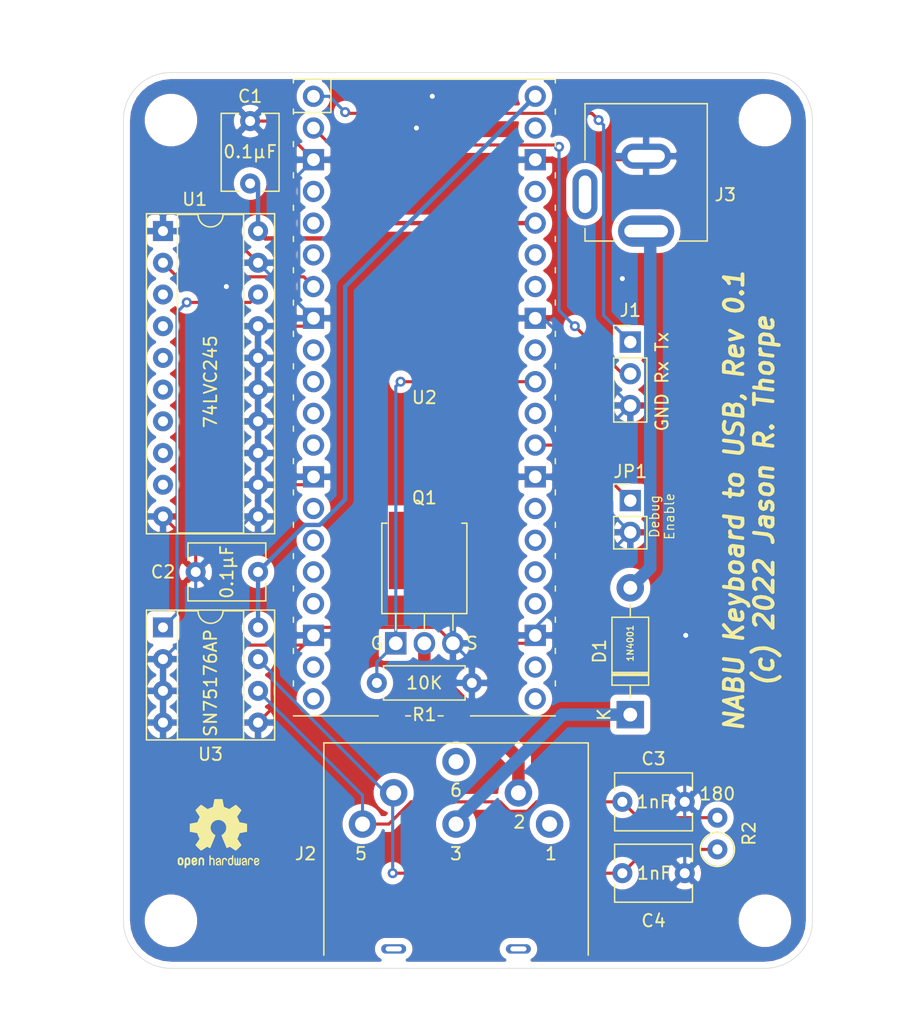
<source format=kicad_pcb>
(kicad_pcb (version 20211014) (generator pcbnew)
  (title_block (title "NABU Keyboard to USB Adapter") (date "2022-12-19") (rev "0.1") (company "(c) 2022 Jason R. Thorpe. See LICENSE."))
  (layers (0 "F.Cu" signal) (31 "B.Cu" signal) (34 "B.Paste" user) (35 "F.Paste" user) (36 "B.SilkS" user "B.Silkscreen") (37 "F.SilkS" user "F.Silkscreen") (38 "B.Mask" user) (39 "F.Mask" user) (44 "Edge.Cuts" user))
  (net 0 "")
  (net 1 "+5V")
  (net 2 "GND")
  (net 3 "+3V3")
  (net 4 "Net-(J1-Pad1)")
  (net 5 "Net-(J1-Pad2)")
  (net 6 "+9V")
  (net 7 "Net-(JP1-Pad1)")
  (net 8 "Net-(Q1-Pad1)")
  (net 9 "Net-(U1-Pad2)")
  (net 10 "Net-(U1-Pad3)")
  (net 11 "Net-(U1-Pad4)")
  (net 12 "Net-(U1-Pad5)")
  (net 13 "Net-(U1-Pad6)")
  (net 14 "Net-(U1-Pad7)")
  (net 15 "Net-(U1-Pad8)")
  (net 16 "Net-(U1-Pad18)")
  (net 17 "Net-(U1-Pad9)")
  (net 18 "Net-(U2-Pad4)")
  (net 19 "Net-(U2-Pad5)")
  (net 20 "Net-(U2-Pad6)")
  (net 21 "Net-(U2-Pad9)")
  (net 22 "Net-(U2-Pad10)")
  (net 23 "Net-(U2-Pad11)")
  (net 24 "Net-(U2-Pad12)")
  (net 25 "Net-(U2-Pad14)")
  (net 26 "Net-(U2-Pad15)")
  (net 27 "Net-(U2-Pad16)")
  (net 28 "Net-(U2-Pad17)")
  (net 29 "Net-(U2-Pad24)")
  (net 30 "Net-(U2-Pad25)")
  (net 31 "Net-(U2-Pad26)")
  (net 32 "Net-(U2-Pad27)")
  (net 33 "Net-(U2-Pad30)")
  (net 34 "Net-(U2-Pad32)")
  (net 35 "Net-(U2-Pad34)")
  (net 36 "Net-(U2-Pad35)")
  (net 37 "Net-(U2-Pad37)")
  (net 38 "Net-(U2-Pad39)")
  (net 39 "Net-(U2-Pad20)")
  (net 40 "Net-(U2-Pad19)")
  (net 41 "/9VRET")
  (net 42 "Net-(C3-Pad1)")
  (net 43 "Net-(C4-Pad1)")
  (net 44 "Net-(J2-Pad1)")
  (net 45 "Net-(J2-Pad6)")
  (net 46 "Net-(J3-Pad3)")
  (net 47 "Net-(U2-Pad22)")
  (net 48 "Net-(U2-Pad21)")
  (net 49 "Net-(D1-Pad1)")
  (footprint "MountingHole:MountingHole_3.2mm_M3" (layer "F.Cu") (at 121.285 67.31)
    (fp_text reference "REF**" hide)
    (fp_text value "MountingHole_3.2mm_M3" hide)
    (pad "" np_thru_hole circle locked (at 0 0) (size 3.2 3.2) (drill 3.2) (layers *.Cu *.Mask))
  )
  (footprint "MountingHole:MountingHole_3.2mm_M3" (layer "F.Cu") (at 121.285 131.445)
    (fp_text reference "REF**" hide)
    (fp_text value "MountingHole_3.2mm_M3" hide)
    (pad "" np_thru_hole circle locked (at 0 0) (size 3.2 3.2) (drill 3.2) (layers *.Cu *.Mask))
  )
  (footprint "MountingHole:MountingHole_3.2mm_M3" (layer "F.Cu") (at 168.91 131.445)
    (fp_text reference "REF**" hide)
    (fp_text value "MountingHole_3.2mm_M3" hide)
    (pad "" np_thru_hole circle locked (at 0 0) (size 3.2 3.2) (drill 3.2) (layers *.Cu *.Mask))
  )
  (footprint "MountingHole:MountingHole_3.2mm_M3" (layer "F.Cu") (at 168.91 67.31)
    (fp_text reference "REF**" hide)
    (fp_text value "MountingHole_3.2mm_M3" hide)
    (pad "" np_thru_hole circle locked (at 0 0) (size 3.2 3.2) (drill 3.2) (layers *.Cu *.Mask))
  )
  (footprint "jrt-RPi_Pico:RPi_Pico_TH" (layer "F.Cu") (at 141.605 89.535)
    (fp_text reference "U2" (at 0 0) (layer "F.SilkS"))
    (fp_text value "Pico")
    (pad "1" thru_hole oval locked (at -8.89 -24.13) (size 1.7 1.7) (drill 1.02) (layers *.Cu *.Mask) (net 4 "Net-(J1-Pad1)"))
    (pad "2" thru_hole oval locked (at -8.89 -21.59) (size 1.7 1.7) (drill 1.02) (layers *.Cu *.Mask) (net 5 "Net-(J1-Pad2)"))
    (pad "3" thru_hole rect locked (at -8.89 -19.05) (size 1.7 1.7) (drill 1.02) (layers *.Cu *.Mask) (net 2 "GND"))
    (pad "4" thru_hole oval locked (at -8.89 -16.51) (size 1.7 1.7) (drill 1.02) (layers *.Cu *.Mask) (net 18 "Net-(U2-Pad4)"))
    (pad "5" thru_hole oval locked (at -8.89 -13.97) (size 1.7 1.7) (drill 1.02) (layers *.Cu *.Mask) (net 19 "Net-(U2-Pad5)"))
    (pad "6" thru_hole oval locked (at -8.89 -11.43) (size 1.7 1.7) (drill 1.02) (layers *.Cu *.Mask) (net 20 "Net-(U2-Pad6)"))
    (pad "7" thru_hole oval locked (at -8.89 -8.89) (size 1.7 1.7) (drill 1.02) (layers *.Cu *.Mask) (net 9 "Net-(U1-Pad2)"))
    (pad "8" thru_hole rect locked (at -8.89 -6.35) (size 1.7 1.7) (drill 1.02) (layers *.Cu *.Mask) (net 2 "GND"))
    (pad "9" thru_hole oval locked (at -8.89 -3.81) (size 1.7 1.7) (drill 1.02) (layers *.Cu *.Mask) (net 21 "Net-(U2-Pad9)"))
    (pad "10" thru_hole oval locked (at -8.89 -1.27) (size 1.7 1.7) (drill 1.02) (layers *.Cu *.Mask) (net 22 "Net-(U2-Pad10)"))
    (pad "11" thru_hole oval locked (at -8.89 1.27) (size 1.7 1.7) (drill 1.02) (layers *.Cu *.Mask) (net 23 "Net-(U2-Pad11)"))
    (pad "12" thru_hole oval locked (at -8.89 3.81) (size 1.7 1.7) (drill 1.02) (layers *.Cu *.Mask) (net 24 "Net-(U2-Pad12)"))
    (pad "13" thru_hole rect locked (at -8.89 6.35) (size 1.7 1.7) (drill 1.02) (layers *.Cu *.Mask) (net 2 "GND"))
    (pad "14" thru_hole oval locked (at -8.89 8.89) (size 1.7 1.7) (drill 1.02) (layers *.Cu *.Mask) (net 25 "Net-(U2-Pad14)"))
    (pad "15" thru_hole oval locked (at -8.89 11.43) (size 1.7 1.7) (drill 1.02) (layers *.Cu *.Mask) (net 26 "Net-(U2-Pad15)"))
    (pad "16" thru_hole oval locked (at -8.89 13.97) (size 1.7 1.7) (drill 1.02) (layers *.Cu *.Mask) (net 27 "Net-(U2-Pad16)"))
    (pad "17" thru_hole oval locked (at -8.89 16.51) (size 1.7 1.7) (drill 1.02) (layers *.Cu *.Mask) (net 28 "Net-(U2-Pad17)"))
    (pad "18" thru_hole rect locked (at -8.89 19.05) (size 1.7 1.7) (drill 1.02) (layers *.Cu *.Mask) (net 2 "GND"))
    (pad "19" thru_hole oval locked (at -8.89 21.59) (size 1.7 1.7) (drill 1.02) (layers *.Cu *.Mask) (net 40 "Net-(U2-Pad19)"))
    (pad "20" thru_hole oval locked (at -8.89 24.13) (size 1.7 1.7) (drill 1.02) (layers *.Cu *.Mask) (net 39 "Net-(U2-Pad20)"))
    (pad "21" thru_hole oval locked (at 8.89 24.13) (size 1.7 1.7) (drill 1.02) (layers *.Cu *.Mask) (net 48 "Net-(U2-Pad21)"))
    (pad "22" thru_hole oval locked (at 8.89 21.59) (size 1.7 1.7) (drill 1.02) (layers *.Cu *.Mask) (net 47 "Net-(U2-Pad22)"))
    (pad "23" thru_hole rect locked (at 8.89 19.05) (size 1.7 1.7) (drill 1.02) (layers *.Cu *.Mask) (net 2 "GND"))
    (pad "24" thru_hole oval locked (at 8.89 16.51) (size 1.7 1.7) (drill 1.02) (layers *.Cu *.Mask) (net 29 "Net-(U2-Pad24)"))
    (pad "25" thru_hole oval locked (at 8.89 13.97) (size 1.7 1.7) (drill 1.02) (layers *.Cu *.Mask) (net 30 "Net-(U2-Pad25)"))
    (pad "26" thru_hole oval locked (at 8.89 11.43) (size 1.7 1.7) (drill 1.02) (layers *.Cu *.Mask) (net 31 "Net-(U2-Pad26)"))
    (pad "27" thru_hole oval locked (at 8.89 8.89) (size 1.7 1.7) (drill 1.02) (layers *.Cu *.Mask) (net 32 "Net-(U2-Pad27)"))
    (pad "28" thru_hole rect locked (at 8.89 6.35) (size 1.7 1.7) (drill 1.02) (layers *.Cu *.Mask) (net 2 "GND"))
    (pad "29" thru_hole oval locked (at 8.89 3.81) (size 1.7 1.7) (drill 1.02) (layers *.Cu *.Mask) (net 7 "Net-(JP1-Pad1)"))
    (pad "30" thru_hole oval locked (at 8.89 1.27) (size 1.7 1.7) (drill 1.02) (layers *.Cu *.Mask) (net 33 "Net-(U2-Pad30)"))
    (pad "31" thru_hole oval locked (at 8.89 -1.27) (size 1.7 1.7) (drill 1.02) (layers *.Cu *.Mask) (net 8 "Net-(Q1-Pad1)"))
    (pad "32" thru_hole oval locked (at 8.89 -3.81) (size 1.7 1.7) (drill 1.02) (layers *.Cu *.Mask) (net 34 "Net-(U2-Pad32)"))
    (pad "33" thru_hole rect locked (at 8.89 -6.35) (size 1.7 1.7) (drill 1.02) (layers *.Cu *.Mask) (net 2 "GND"))
    (pad "34" thru_hole oval locked (at 8.89 -8.89) (size 1.7 1.7) (drill 1.02) (layers *.Cu *.Mask) (net 35 "Net-(U2-Pad34)"))
    (pad "35" thru_hole oval locked (at 8.89 -11.43) (size 1.7 1.7) (drill 1.02) (layers *.Cu *.Mask) (net 36 "Net-(U2-Pad35)"))
    (pad "36" thru_hole oval locked (at 8.89 -13.97) (size 1.7 1.7) (drill 1.02) (layers *.Cu *.Mask) (net 3 "+3V3"))
    (pad "37" thru_hole oval locked (at 8.89 -16.51) (size 1.7 1.7) (drill 1.02) (layers *.Cu *.Mask) (net 37 "Net-(U2-Pad37)"))
    (pad "38" thru_hole rect locked (at 8.89 -19.05) (size 1.7 1.7) (drill 1.02) (layers *.Cu *.Mask) (net 2 "GND"))
    (pad "39" thru_hole oval locked (at 8.89 -21.59) (size 1.7 1.7) (drill 1.02) (layers *.Cu *.Mask) (net 38 "Net-(U2-Pad39)"))
    (pad "40" thru_hole oval locked (at 8.89 -24.13) (size 1.7 1.7) (drill 1.02) (layers *.Cu *.Mask) (net 1 "+5V"))
  )
  (footprint "Connector_PinHeader_2.54mm:PinHeader_1x02_P2.54mm_Vertical" (layer "F.Cu") (at 158.115 97.79)
    (fp_text reference "JP1" (at 0 -2.33) (layer "F.SilkS"))
    (fp_text value "Debug Enable" hide)
    (pad "1" thru_hole rect locked (at 0 0) (size 1.7 1.7) (drill 1) (layers *.Cu *.Mask) (net 7 "Net-(JP1-Pad1)"))
    (pad "2" thru_hole oval locked (at 0 2.54) (size 1.7 1.7) (drill 1) (layers *.Cu *.Mask) (net 2 "GND"))
  )
  (footprint "Package_TO_SOT_THT:TO-251-3-1EP_Horizontal_TabDown" (layer "F.Cu") (at 139.315 109.22)
    (fp_text reference "Q1" (at 2.29 -11.653333) (layer "F.SilkS"))
    (fp_text value "IRLU110PBF" hide)
    (pad "1" thru_hole rect locked (at 0 0) (size 1.7175 1.8) (drill 1.1) (layers *.Cu *.Mask) (net 8 "Net-(Q1-Pad1)"))
    (pad "2" thru_hole oval locked (at 2.29 0) (size 1.7175 1.8) (drill 1.1) (layers *.Cu *.Mask) (net 41 "/9VRET"))
    (pad "3" thru_hole oval locked (at 4.58 0) (size 1.7175 1.8) (drill 1.1) (layers *.Cu *.Mask) (net 2 "GND"))
    (pad "4" smd rect locked (at 2.29 -7.433333) (size 5.7 6.2) (layers "F.Cu" "F.Paste" "F.Mask"))
  )
  (footprint "Package_DIP:DIP-20_W7.62mm_Socket" (layer "F.Cu") (at 120.65 76.2)
    (fp_text reference "U1" (at 2.54 -2.54) (layer "F.SilkS"))
    (fp_text value "74LVC245" (at 3.81 12.065 90) (layer "F.SilkS"))
    (pad "1" thru_hole rect locked (at 0 0) (size 1.6 1.6) (drill 0.8) (layers *.Cu *.Mask) (net 2 "GND"))
    (pad "2" thru_hole oval locked (at 0 2.54) (size 1.6 1.6) (drill 0.8) (layers *.Cu *.Mask) (net 9 "Net-(U1-Pad2)"))
    (pad "3" thru_hole oval locked (at 0 5.08) (size 1.6 1.6) (drill 0.8) (layers *.Cu *.Mask) (net 10 "Net-(U1-Pad3)"))
    (pad "4" thru_hole oval locked (at 0 7.62) (size 1.6 1.6) (drill 0.8) (layers *.Cu *.Mask) (net 11 "Net-(U1-Pad4)"))
    (pad "5" thru_hole oval locked (at 0 10.16) (size 1.6 1.6) (drill 0.8) (layers *.Cu *.Mask) (net 12 "Net-(U1-Pad5)"))
    (pad "6" thru_hole oval locked (at 0 12.7) (size 1.6 1.6) (drill 0.8) (layers *.Cu *.Mask) (net 13 "Net-(U1-Pad6)"))
    (pad "7" thru_hole oval locked (at 0 15.24) (size 1.6 1.6) (drill 0.8) (layers *.Cu *.Mask) (net 14 "Net-(U1-Pad7)"))
    (pad "8" thru_hole oval locked (at 0 17.78) (size 1.6 1.6) (drill 0.8) (layers *.Cu *.Mask) (net 15 "Net-(U1-Pad8)"))
    (pad "9" thru_hole oval locked (at 0 20.32) (size 1.6 1.6) (drill 0.8) (layers *.Cu *.Mask) (net 17 "Net-(U1-Pad9)"))
    (pad "10" thru_hole oval locked (at 0 22.86) (size 1.6 1.6) (drill 0.8) (layers *.Cu *.Mask) (net 2 "GND"))
    (pad "11" thru_hole oval locked (at 7.62 22.86) (size 1.6 1.6) (drill 0.8) (layers *.Cu *.Mask) (net 2 "GND"))
    (pad "12" thru_hole oval locked (at 7.62 20.32) (size 1.6 1.6) (drill 0.8) (layers *.Cu *.Mask) (net 2 "GND"))
    (pad "13" thru_hole oval locked (at 7.62 17.78) (size 1.6 1.6) (drill 0.8) (layers *.Cu *.Mask) (net 2 "GND"))
    (pad "14" thru_hole oval locked (at 7.62 15.24) (size 1.6 1.6) (drill 0.8) (layers *.Cu *.Mask) (net 2 "GND"))
    (pad "15" thru_hole oval locked (at 7.62 12.7) (size 1.6 1.6) (drill 0.8) (layers *.Cu *.Mask) (net 2 "GND"))
    (pad "16" thru_hole oval locked (at 7.62 10.16) (size 1.6 1.6) (drill 0.8) (layers *.Cu *.Mask) (net 2 "GND"))
    (pad "17" thru_hole oval locked (at 7.62 7.62) (size 1.6 1.6) (drill 0.8) (layers *.Cu *.Mask) (net 2 "GND"))
    (pad "18" thru_hole oval locked (at 7.62 5.08) (size 1.6 1.6) (drill 0.8) (layers *.Cu *.Mask) (net 16 "Net-(U1-Pad18)"))
    (pad "19" thru_hole oval locked (at 7.62 2.54) (size 1.6 1.6) (drill 0.8) (layers *.Cu *.Mask) (net 2 "GND"))
    (pad "20" thru_hole oval locked (at 7.62 0) (size 1.6 1.6) (drill 0.8) (layers *.Cu *.Mask) (net 3 "+3V3"))
  )
  (footprint "Connector_PinHeader_2.54mm:PinHeader_1x03_P2.54mm_Vertical" (layer "F.Cu") (at 158.115 85.09)
    (fp_text reference "J1" (at 0 -2.54) (layer "F.SilkS"))
    (fp_text value "Console UART header" hide)
    (pad "1" thru_hole rect locked (at 0 0) (size 1.7 1.7) (drill 1) (layers *.Cu *.Mask) (net 4 "Net-(J1-Pad1)"))
    (pad "2" thru_hole oval locked (at 0 2.54) (size 1.7 1.7) (drill 1) (layers *.Cu *.Mask) (net 5 "Net-(J1-Pad2)"))
    (pad "3" thru_hole oval locked (at 0 5.08) (size 1.7 1.7) (drill 1) (layers *.Cu *.Mask) (net 2 "GND"))
  )
  (footprint "Package_DIP:DIP-8_W7.62mm_Socket" (layer "F.Cu") (at 120.65 107.95)
    (fp_text reference "U3" (at 3.81 10.16) (layer "F.SilkS"))
    (fp_text value "SN75176AP" (at 3.81 4.445 90) (layer "F.SilkS"))
    (pad "1" thru_hole rect locked (at 0 0) (size 1.6 1.6) (drill 0.8) (layers *.Cu *.Mask) (net 16 "Net-(U1-Pad18)"))
    (pad "2" thru_hole oval locked (at 0 2.54) (size 1.6 1.6) (drill 0.8) (layers *.Cu *.Mask) (net 2 "GND"))
    (pad "3" thru_hole oval locked (at 0 5.08) (size 1.6 1.6) (drill 0.8) (layers *.Cu *.Mask) (net 2 "GND"))
    (pad "4" thru_hole oval locked (at 0 7.62) (size 1.6 1.6) (drill 0.8) (layers *.Cu *.Mask) (net 2 "GND"))
    (pad "5" thru_hole oval locked (at 7.62 7.62) (size 1.6 1.6) (drill 0.8) (layers *.Cu *.Mask) (net 2 "GND"))
    (pad "6" thru_hole oval locked (at 7.62 5.08) (size 1.6 1.6) (drill 0.8) (layers *.Cu *.Mask) (net 42 "Net-(C3-Pad1)"))
    (pad "7" thru_hole oval locked (at 7.62 2.54) (size 1.6 1.6) (drill 0.8) (layers *.Cu *.Mask) (net 43 "Net-(C4-Pad1)"))
    (pad "8" thru_hole oval locked (at 7.62 0) (size 1.6 1.6) (drill 0.8) (layers *.Cu *.Mask) (net 1 "+5V"))
  )
  (footprint "Capacitor_THT:C_Disc_D6.0mm_W4.4mm_P5.00mm" (layer "F.Cu") (at 157.48 121.92)
    (fp_text reference "C3" (at 2.5 -3.45) (layer "F.SilkS"))
    (fp_text value "1nF" (at 2.5 0) (layer "F.SilkS"))
    (pad "1" thru_hole circle locked (at 0 0) (size 1.6 1.6) (drill 0.8) (layers *.Cu *.Mask) (net 42 "Net-(C3-Pad1)"))
    (pad "2" thru_hole circle locked (at 5 0) (size 1.6 1.6) (drill 0.8) (layers *.Cu *.Mask) (net 2 "GND"))
  )
  (footprint "Capacitor_THT:C_Disc_D6.0mm_W4.4mm_P5.00mm" (layer "F.Cu") (at 157.48 127.635)
    (fp_text reference "C4" (at 2.5 3.81) (layer "F.SilkS"))
    (fp_text value "1nF" (at 2.54 0) (layer "F.SilkS"))
    (pad "1" thru_hole circle locked (at 0 0) (size 1.6 1.6) (drill 0.8) (layers *.Cu *.Mask) (net 43 "Net-(C4-Pad1)"))
    (pad "2" thru_hole circle locked (at 5 0) (size 1.6 1.6) (drill 0.8) (layers *.Cu *.Mask) (net 2 "GND"))
  )
  (footprint "Resistor_THT:R_Axial_DIN0207_L6.3mm_D2.5mm_P7.62mm_Horizontal" (layer "F.Cu") (at 137.795 112.395)
    (fp_text reference "R1" (at 3.81 2.54) (layer "F.SilkS"))
    (fp_text value "10K" (at 3.81 0) (layer "F.SilkS"))
    (pad "1" thru_hole circle locked (at 0 0) (size 1.6 1.6) (drill 0.8) (layers *.Cu *.Mask) (net 8 "Net-(Q1-Pad1)"))
    (pad "2" thru_hole oval locked (at 7.62 0) (size 1.6 1.6) (drill 0.8) (layers *.Cu *.Mask) (net 2 "GND"))
  )
  (footprint "Resistor_THT:R_Axial_DIN0207_L6.3mm_D2.5mm_P2.54mm_Vertical" (layer "F.Cu") (at 165.1 125.73 90)
    (fp_text reference "R2" (at 1.27 2.54 90) (layer "F.SilkS"))
    (fp_text value "180" (at 4.445 0 180) (layer "F.SilkS"))
    (pad "1" thru_hole circle locked (at 0 0 90) (size 1.6 1.6) (drill 0.8) (layers *.Cu *.Mask) (net 43 "Net-(C4-Pad1)"))
    (pad "2" thru_hole oval locked (at 2.54 0 90) (size 1.6 1.6) (drill 0.8) (layers *.Cu *.Mask) (net 42 "Net-(C3-Pad1)"))
  )
  (footprint "Capacitor_THT:C_Disc_D6.0mm_W4.4mm_P5.00mm" (layer "F.Cu") (at 127.635 72.39 90)
    (fp_text reference "C1" (at 6.985 0 180) (layer "F.SilkS"))
    (fp_text value "0.1µF" (at 2.54 0 180) (layer "F.SilkS"))
    (pad "1" thru_hole circle locked (at 0 0 90) (size 1.6 1.6) (drill 0.8) (layers *.Cu *.Mask) (net 3 "+3V3"))
    (pad "2" thru_hole circle locked (at 5 0 90) (size 1.6 1.6) (drill 0.8) (layers *.Cu *.Mask) (net 2 "GND"))
  )
  (footprint "Capacitor_THT:C_Disc_D6.0mm_W4.4mm_P5.00mm" (layer "F.Cu") (at 128.27 103.505 180)
    (fp_text reference "C2" (at 7.62 0) (layer "F.SilkS"))
    (fp_text value "0.1µF" (at 2.5 0 90) (layer "F.SilkS"))
    (pad "1" thru_hole circle locked (at 0 0 180) (size 1.6 1.6) (drill 0.8) (layers *.Cu *.Mask) (net 1 "+5V"))
    (pad "2" thru_hole circle locked (at 5 0 180) (size 1.6 1.6) (drill 0.8) (layers *.Cu *.Mask) (net 2 "GND"))
  )
  (footprint "jrt-Connectors:Kobiconn_163-179PH-EX-5_5-2_1mm-1_5A" (layer "F.Cu") (at 159.385 62.5)
    (fp_text reference "J3" (at 6.35 10.795) (layer "F.SilkS"))
    (fp_text value "9V input" hide)
    (pad "1" thru_hole oval locked (at 0 13.7) (size 4.5 2.5) (drill oval 3.5 1) (layers *.Cu *.Mask) (net 6 "+9V"))
    (pad "2" thru_hole oval locked (at 0 7.7) (size 4 2) (drill oval 3 1) (layers *.Cu *.Mask) (net 2 "GND"))
    (pad "3" thru_hole oval locked (at -4.9 10.75 270) (size 4 2) (drill oval 3 1) (layers *.Cu *.Mask) (net 46 "Net-(J3-Pad3)"))
  )
  (footprint "Diode_THT:D_DO-41_SOD81_P10.16mm_Horizontal" (layer "F.Cu") (at 158.115 114.935 90)
    (fp_text reference "D1" (at 5.08 -2.47 90) (layer "F.SilkS"))
    (fp_text value "1N4001" (at 5.715 0 90) (layer "F.SilkS") (effects (font (size 0.5 0.5) (thickness 0.1))))
    (fp_text user "K" (at 0 -2.1 90) (layer "F.SilkS"))
    (pad "1" thru_hole rect locked (at 0 0 90) (size 2.2 2.2) (drill 1.1) (layers *.Cu *.Mask) (net 49 "Net-(D1-Pad1)"))
    (pad "2" thru_hole oval locked (at 10.16 0 90) (size 2.2 2.2) (drill 1.1) (layers *.Cu *.Mask) (net 6 "+9V"))
  )
  (footprint "jrt-Connectors:Jack_DIN-6_CLIFF_FC680806" (layer "F.Cu") (at 144.145 133.7 180)
    (fp_text reference "J2" (at 12.065 7.62) (layer "F.SilkS"))
    (fp_text value "DIN-6" hide)
    (fp_text user "1" (at -7.62 7.62) (layer "F.SilkS"))
    (fp_text user "6" (at 0 12.7) (layer "F.SilkS"))
    (fp_text user "3" (at 0 7.62) (layer "F.SilkS"))
    (fp_text user "5" (at 7.62 7.62) (layer "F.SilkS"))
    (fp_text user "2" (at -5.08 10.16) (layer "F.SilkS"))
    (pad "" thru_hole oval locked (at 5 0 180) (size 2 0.75) (drill oval 1.3 0.4) (layers *.Cu *.Mask))
    (pad "" thru_hole oval locked (at -5 0 180) (size 2 0.75) (drill oval 1.3 0.4) (layers *.Cu *.Mask))
    (pad "1" thru_hole circle locked (at -7.5 10 180) (size 2.2 2.2) (drill 1.2) (layers *.Cu *.Mask) (net 44 "Net-(J2-Pad1)"))
    (pad "2" thru_hole circle locked (at -5 12.5 180) (size 2.2 2.2) (drill 1.2) (layers *.Cu *.Mask) (net 41 "/9VRET"))
    (pad "3" thru_hole circle locked (at 0 10 180) (size 2.2 2.2) (drill 1.2) (layers *.Cu *.Mask) (net 49 "Net-(D1-Pad1)"))
    (pad "4" thru_hole circle locked (at 5 12.5 180) (size 2.2 2.2) (drill 1.2) (layers *.Cu *.Mask) (net 43 "Net-(C4-Pad1)"))
    (pad "5" thru_hole circle locked (at 7.5 10 180) (size 2.2 2.2) (drill 1.2) (layers *.Cu *.Mask) (net 42 "Net-(C3-Pad1)"))
    (pad "6" thru_hole circle locked (at 0 15 180) (size 2.2 2.2) (drill 1.2) (layers *.Cu *.Mask) (net 45 "Net-(J2-Pad6)"))
  )
  (footprint "Symbol:OSHW-Logo2_7.3x6mm_SilkScreen" (layer "F.Cu") (at 125.095 124.46)
    (fp_text reference "REF**" hide)
    (fp_text value "OSHW-Logo2_7.3x6mm_SilkScreen" hide)
  )
  (gr_line (start 117.475 131.445) (end 117.475 67.31) (layer "Edge.Cuts") (width 0.05))
  (gr_line (start 172.72 67.31) (end 172.72 131.445) (layer "Edge.Cuts") (width 0.05))
  (gr_line (start 168.91 135.255) (end 121.285 135.255) (layer "Edge.Cuts") (width 0.05))
  (gr_arc (start 121.285 135.255) (mid 118.590923 134.139077) (end 117.475 131.445) (layer "Edge.Cuts") (width 0.05))
  (gr_arc (start 168.91 63.5) (mid 171.604077 64.615923) (end 172.72 67.31) (layer "Edge.Cuts") (width 0.05))
  (gr_line (start 121.285 63.5) (end 168.91 63.5) (layer "Edge.Cuts") (width 0.05))
  (gr_arc (start 172.72 131.445) (mid 171.604077 134.139077) (end 168.91 135.255) (layer "Edge.Cuts") (width 0.05))
  (gr_arc (start 117.475 67.31) (mid 118.590923 64.615923) (end 121.285 63.5) (layer "Edge.Cuts") (width 0.05))
  (gr_text "Debug\nEnable" (at 160.655 99.06 90) (layer "F.SilkS") (effects (font (size 0.75 0.75) (thickness 0.1))))
  (gr_text "GND Rx Tx" (at 160.655 88.265 90) (layer "F.SilkS") (effects (font (size 1 1))))
  (gr_text "S" (at 145.415 109.22) (layer "F.SilkS") (effects (font (size 1 1))))
  (gr_text "NABU Keyboard to USB, Rev 0.1\n(c) 2022 Jason R. Thorpe" (at 167.64 97.79 90) (layer "F.SilkS") (effects (font (size 1.5 1.5) (thickness 0.3) italic)))
  (gr_text "G" (at 137.795 109.22) (layer "F.SilkS") (effects (font (size 1 1))))
  (segment (start 135.255 97.698002) (end 133.213003 99.739999) (width 0.35) (layer "B.Cu") (net 1))
  (segment (start 132.035001 99.739999) (end 128.27 103.505) (width 0.35) (layer "B.Cu") (net 1))
  (segment (start 128.27 107.95) (end 128.27 103.505) (width 0.35) (layer "B.Cu") (net 1))
  (segment (start 135.255 80.645) (end 135.255 97.698002) (width 0.35) (layer "B.Cu") (net 1))
  (segment (start 150.495 65.405) (end 135.255 80.645) (width 0.35) (layer "B.Cu") (net 1))
  (segment (start 133.213003 99.739999) (end 132.035001 99.739999) (width 0.35) (layer "B.Cu") (net 1))
  (segment (start 150.495 70.485) (end 159.1 70.485) (width 0.25) (layer "F.Cu") (net 2))
  (segment (start 132.08 83.82) (end 132.715 83.185) (width 0.25) (layer "F.Cu") (net 2))
  (segment (start 132.715 108.585) (end 133.35501 107.94499) (width 0.25) (layer "F.Cu") (net 2))
  (segment (start 133.35501 107.94499) (end 142.61999 107.94499) (width 0.25) (layer "F.Cu") (net 2))
  (segment (start 123.27 101.68) (end 120.65 99.06) (width 0.25) (layer "F.Cu") (net 2))
  (segment (start 123.27 103.505) (end 123.27 101.68) (width 0.25) (layer "F.Cu") (net 2))
  (segment (start 125.73 76.2) (end 128.27 78.74) (width 0.25) (layer "F.Cu") (net 2))
  (segment (start 120.65 76.2) (end 125.73 76.2) (width 0.25) (layer "F.Cu") (net 2))
  (segment (start 158.83 70.485) (end 159.385 69.93) (width 0.25) (layer "F.Cu") (net 2))
  (segment (start 128.27 83.82) (end 132.08 83.82) (width 0.25) (layer "F.Cu") (net 2))
  (segment (start 162.56 108.585) (end 150.495 108.585) (width 0.25) (layer "F.Cu") (net 2))
  (segment (start 129.62 67.39) (end 132.715 70.485) (width 0.25) (layer "F.Cu") (net 2))
  (segment (start 128.27 96.52) (end 132.08 96.52) (width 0.25) (layer "F.Cu") (net 2))
  (segment (start 132.08 96.52) (end 132.715 95.885) (width 0.25) (layer "F.Cu") (net 2))
  (segment (start 149.86 109.22) (end 150.495 108.585) (width 0.25) (layer "F.Cu") (net 2))
  (segment (start 129.395001 114.444999) (end 129.395001 111.904999) (width 0.25) (layer "F.Cu") (net 2))
  (segment (start 143.895 109.22) (end 149.86 109.22) (width 0.25) (layer "F.Cu") (net 2))
  (segment (start 131.935001 109.364999) (end 121.775001 109.364999) (width 0.25) (layer "F.Cu") (net 2))
  (segment (start 128.27 67.39) (end 129.62 67.39) (width 0.25) (layer "F.Cu") (net 2))
  (segment (start 129.395001 111.904999) (end 132.715 108.585) (width 0.25) (layer "F.Cu") (net 2))
  (segment (start 142.61999 107.94499) (end 143.895 109.22) (width 0.25) (layer "F.Cu") (net 2))
  (segment (start 128.27 115.57) (end 129.395001 114.444999) (width 0.25) (layer "F.Cu") (net 2))
  (segment (start 159.1 70.485) (end 159.385 70.2) (width 0.25) (layer "F.Cu") (net 2))
  (segment (start 121.775001 109.364999) (end 120.65 110.49) (width 0.25) (layer "F.Cu") (net 2))
  (segment (start 132.715 108.585) (end 131.935001 109.364999) (width 0.25) (layer "F.Cu") (net 2))
  (via (at 162.56 108.585) (size 0.8) (drill 0.4) (layers "F.Cu" "B.Cu") (net 2))
  (via (at 140.97 67.945) (size 0.8) (drill 0.4) (layers "F.Cu" "B.Cu") (net 2))
  (via (at 125.73 80.645) (size 0.8) (drill 0.4) (layers "F.Cu" "B.Cu") (net 2))
  (via (at 157.48 80.01) (size 0.8) (drill 0.4) (layers "F.Cu" "B.Cu") (net 2))
  (via (at 142.24 65.405) (size 0.8) (drill 0.4) (layers "F.Cu" "B.Cu") (net 2))
  (segment (start 150.495 83.185) (end 151.13 83.185) (width 0.25) (layer "B.Cu") (net 2))
  (segment (start 152.4 95.885) (end 158.115 90.17) (width 0.25) (layer "B.Cu") (net 2))
  (segment (start 123.27 107.87) (end 123.27 103.505) (width 0.25) (layer "B.Cu") (net 2))
  (segment (start 131.539999 71.660001) (end 131.539999 82.009999) (width 0.25) (layer "B.Cu") (net 2))
  (segment (start 120.65 110.49) (end 120.65 113.03) (width 0.25) (layer "B.Cu") (net 2))
  (segment (start 162.48 108.665) (end 162.56 108.585) (width 0.25) (layer "B.Cu") (net 2))
  (segment (start 128.27 78.74) (end 132.715 83.185) (width 0.25) (layer "B.Cu") (net 2))
  (segment (start 145.415 110.74) (end 143.895 109.22) (width 0.25) (layer "B.Cu") (net 2))
  (segment (start 150.495 108.585) (end 150.495 107.95) (width 0.25) (layer "B.Cu") (net 2))
  (segment (start 132.715 70.485) (end 131.539999 71.660001) (width 0.25) (layer "B.Cu") (net 2))
  (segment (start 131.539999 82.009999) (end 132.715 83.185) (width 0.25) (layer "B.Cu") (net 2))
  (segment (start 150.495 107.95) (end 158.115 100.33) (width 0.25) (layer "B.Cu") (net 2))
  (segment (start 120.65 110.49) (end 123.27 107.87) (width 0.25) (layer "B.Cu") (net 2))
  (segment (start 128.27 99.06) (end 128.27 96.52) (width 0.25) (layer "B.Cu") (net 2))
  (segment (start 128.27 96.52) (end 128.27 93.98) (width 0.25) (layer "B.Cu") (net 2))
  (segment (start 162.48 127.635) (end 162.48 121.92) (width 0.25) (layer "B.Cu") (net 2))
  (segment (start 128.27 86.36) (end 128.27 83.82) (width 0.25) (layer "B.Cu") (net 2))
  (segment (start 150.495 95.885) (end 152.4 95.885) (width 0.25) (layer "B.Cu") (net 2))
  (segment (start 127.715 99.06) (end 128.27 99.06) (width 0.25) (layer "B.Cu") (net 2))
  (segment (start 128.27 93.98) (end 128.27 91.44) (width 0.25) (layer "B.Cu") (net 2))
  (segment (start 128.27 91.44) (end 128.27 88.9) (width 0.25) (layer "B.Cu") (net 2))
  (segment (start 150.495 95.885) (end 153.67 95.885) (width 0.25) (layer "B.Cu") (net 2))
  (segment (start 162.48 121.92) (end 162.48 108.665) (width 0.25) (layer "B.Cu") (net 2))
  (segment (start 128.27 88.9) (end 128.27 86.36) (width 0.25) (layer "B.Cu") (net 2))
  (segment (start 153.67 95.885) (end 158.115 100.33) (width 0.25) (layer "B.Cu") (net 2))
  (segment (start 120.65 113.03) (end 120.65 115.57) (width 0.25) (layer "B.Cu") (net 2))
  (segment (start 123.27 103.505) (end 127.715 99.06) (width 0.25) (layer "B.Cu") (net 2))
  (segment (start 145.415 112.395) (end 145.415 110.74) (width 0.25) (layer "B.Cu") (net 2))
  (segment (start 151.13 83.185) (end 158.115 90.17) (width 0.25) (layer "B.Cu") (net 2))
  (segment (start 128.860001 76.790001) (end 135.422995 76.790001) (width 0.35) (layer "F.Cu") (net 3))
  (segment (start 135.422995 76.790001) (end 136.647996 75.565) (width 0.35) (layer "F.Cu") (net 3))
  (segment (start 128.27 76.2) (end 128.860001 76.790001) (width 0.35) (layer "F.Cu") (net 3))
  (segment (start 136.647996 75.565) (end 150.495 75.565) (width 0.35) (layer "F.Cu") (net 3))
  (segment (start 128.27 72.39) (end 128.27 76.2) (width 0.35) (layer "B.Cu") (net 3))
  (segment (start 135.349999 66.769999) (end 155.034999 66.769999) (width 0.25) (layer "F.Cu") (net 4))
  (segment (start 155.034999 66.769999) (end 155.575 67.31) (width 0.25) (layer "F.Cu") (net 4))
  (via (at 155.575 67.31) (size 0.8) (drill 0.4) (layers "F.Cu" "B.Cu") (net 4))
  (via (at 135.255 66.675) (size 0.8) (drill 0.4) (layers "F.Cu" "B.Cu") (net 4))
  (segment (start 155.974999 67.709999) (end 155.974999 82.949999) (width 0.25) (layer "B.Cu") (net 4))
  (segment (start 155.575 67.31) (end 155.974999 67.709999) (width 0.25) (layer "B.Cu") (net 4))
  (segment (start 132.715 65.405) (end 133.985 65.405) (width 0.25) (layer "B.Cu") (net 4))
  (segment (start 157.259988 84.234988) (end 158.115 85.09) (width 0.25) (layer "B.Cu") (net 4))
  (segment (start 133.985 65.405) (end 135.255 66.675) (width 0.25) (layer "B.Cu") (net 4))
  (segment (start 155.974999 82.949999) (end 158.115 85.09) (width 0.25) (layer "B.Cu") (net 4))
  (segment (start 134.07501 69.30501) (end 152.249845 69.30501) (width 0.25) (layer "F.Cu") (net 5))
  (segment (start 153.67 83.82) (end 157.48 87.63) (width 0.25) (layer "F.Cu") (net 5))
  (segment (start 132.715 67.945) (end 134.07501 69.30501) (width 0.25) (layer "F.Cu") (net 5))
  (segment (start 157.48 87.63) (end 158.115 87.63) (width 0.25) (layer "F.Cu") (net 5))
  (segment (start 152.249845 69.30501) (end 152.4 69.455165) (width 0.25) (layer "F.Cu") (net 5))
  (via (at 153.67 83.82) (size 0.8) (drill 0.4) (layers "F.Cu" "B.Cu") (net 5))
  (via (at 152.4 69.455165) (size 0.8) (drill 0.4) (layers "F.Cu" "B.Cu") (net 5))
  (segment (start 152.4 82.55) (end 152.4 69.455165) (width 0.25) (layer "B.Cu") (net 5))
  (segment (start 153.67 83.82) (end 152.4 82.55) (width 0.25) (layer "B.Cu") (net 5))
  (segment (start 159.715001 76.530001) (end 159.715001 103.174999) (width 1) (layer "B.Cu") (net 6))
  (segment (start 159.385 75.93) (end 159.715001 76.260001) (width 1) (layer "B.Cu") (net 6))
  (segment (start 159.715001 103.174999) (end 158.115 104.775) (width 1) (layer "B.Cu") (net 6))
  (segment (start 159.385 76.2) (end 159.715001 76.530001) (width 1) (layer "B.Cu") (net 6))
  (segment (start 153.67 93.345) (end 158.115 97.79) (width 0.25) (layer "F.Cu") (net 7))
  (segment (start 150.495 93.345) (end 153.67 93.345) (width 0.25) (layer "F.Cu") (net 7))
  (segment (start 139.7 88.265) (end 150.495 88.265) (width 0.25) (layer "F.Cu") (net 8))
  (via (at 139.7 88.265) (size 0.8) (drill 0.4) (layers "F.Cu" "B.Cu") (net 8))
  (segment (start 137.795 110.74) (end 139.315 109.22) (width 0.25) (layer "B.Cu") (net 8))
  (segment (start 139.315 109.22) (end 139.315 88.65) (width 0.25) (layer "B.Cu") (net 8))
  (segment (start 139.065 109.47) (end 139.315 109.22) (width 0.25) (layer "B.Cu") (net 8))
  (segment (start 139.315 88.65) (end 139.7 88.265) (width 0.25) (layer "B.Cu") (net 8))
  (segment (start 137.795 112.395) (end 137.795 110.74) (width 0.25) (layer "B.Cu") (net 8))
  (segment (start 131.935001 79.865001) (end 132.715 80.645) (width 0.25) (layer "F.Cu") (net 9))
  (segment (start 121.775001 79.865001) (end 131.935001 79.865001) (width 0.25) (layer "F.Cu") (net 9))
  (segment (start 120.65 78.74) (end 121.775001 79.865001) (width 0.25) (layer "F.Cu") (net 9))
  (segment (start 127.635 81.915) (end 122.555 81.915) (width 0.25) (layer "F.Cu") (net 16))
  (segment (start 128.27 81.28) (end 127.635 81.915) (width 0.25) (layer "F.Cu") (net 16))
  (via (at 122.555 81.915) (size 0.8) (drill 0.4) (layers "F.Cu" "B.Cu") (net 16))
  (segment (start 121.775001 82.694999) (end 122.555 81.915) (width 0.25) (layer "B.Cu") (net 16))
  (segment (start 121.775001 106.824999) (end 121.775001 82.694999) (width 0.25) (layer "B.Cu") (net 16))
  (segment (start 120.65 107.95) (end 121.775001 106.824999) (width 0.25) (layer "B.Cu") (net 16))
  (segment (start 149.145 118.419002) (end 141.605 110.879002) (width 1) (layer "F.Cu") (net 41))
  (segment (start 141.605 110.879002) (end 141.605 109.22) (width 1) (layer "F.Cu") (net 41))
  (segment (start 149.145 121.2) (end 149.145 118.419002) (width 1) (layer "F.Cu") (net 41))
  (segment (start 149.853001 122.675001) (end 148.436999 122.675001) (width 0.25) (layer "F.Cu") (net 42))
  (segment (start 138.754002 123.7) (end 136.645 123.7) (width 0.25) (layer "F.Cu") (net 42))
  (segment (start 150.608002 121.92) (end 149.853001 122.675001) (width 0.25) (layer "F.Cu") (net 42))
  (segment (start 148.436999 122.675001) (end 147.681998 121.92) (width 0.25) (layer "F.Cu") (net 42))
  (segment (start 165.1 123.19) (end 158.75 123.19) (width 0.25) (layer "F.Cu") (net 42))
  (segment (start 147.681998 121.92) (end 140.534002 121.92) (width 0.25) (layer "F.Cu") (net 42))
  (segment (start 158.75 123.19) (end 157.48 121.92) (width 0.25) (layer "F.Cu") (net 42))
  (segment (start 157.48 121.92) (end 150.608002 121.92) (width 0.25) (layer "F.Cu") (net 42))
  (segment (start 140.534002 121.92) (end 138.754002 123.7) (width 0.25) (layer "F.Cu") (net 42))
  (segment (start 136.645 121.405) (end 136.645 123.7) (width 0.25) (layer "B.Cu") (net 42))
  (segment (start 128.27 113.03) (end 136.645 121.405) (width 0.25) (layer "B.Cu") (net 42))
  (segment (start 157.48 127.635) (end 139.065 127.635) (width 0.25) (layer "F.Cu") (net 43))
  (segment (start 159.385 125.73) (end 157.48 127.635) (width 0.25) (layer "F.Cu") (net 43))
  (segment (start 165.1 125.73) (end 159.385 125.73) (width 0.25) (layer "F.Cu") (net 43))
  (via (at 139.065 127.635) (size 0.8) (drill 0.4) (layers "F.Cu" "B.Cu") (net 43))
  (segment (start 139.065 120.93) (end 139.145 120.85) (width 0.25) (layer "B.Cu") (net 43))
  (segment (start 129.395001 112.084003) (end 138.510998 121.2) (width 0.25) (layer "B.Cu") (net 43))
  (segment (start 129.395001 111.615001) (end 129.395001 112.084003) (width 0.25) (layer "B.Cu") (net 43))
  (segment (start 139.065 121.28) (end 139.145 121.2) (width 0.25) (layer "B.Cu") (net 43))
  (segment (start 138.510998 121.2) (end 139.145 121.2) (width 0.25) (layer "B.Cu") (net 43))
  (segment (start 139.065 127.635) (end 139.065 121.28) (width 0.25) (layer "B.Cu") (net 43))
  (segment (start 128.27 110.49) (end 129.395001 111.615001) (width 0.25) (layer "B.Cu") (net 43))
  (segment (start 152.671998 114.935) (end 144.145 123.461998) (width 1) (layer "B.Cu") (net 49))
  (segment (start 158.115 114.935) (end 152.671998 114.935) (width 1) (layer "B.Cu") (net 49))
  (segment (start 144.145 123.461998) (end 144.145 123.7) (width 1) (layer "B.Cu") (net 49))
  (segment (start 144.145 123.111998) (end 144.145 123.35) (width 1) (layer "B.Cu") (net 49))
  (zone (net 2) (net_name "GND") (layer "F.Cu") (connect_pads (clearance 0.508)) (min_thickness 0.254) (fill yes (thermal_gap 0.508) (thermal_bridge_width 0.508))
    (polygon (pts (xy 172.72 135.255) (xy 117.475 135.255) (xy 117.475 63.5) (xy 172.72 63.5)))
  )
  (zone (net 2) (net_name "GND") (layer "B.Cu") (connect_pads (clearance 0.508)) (min_thickness 0.254) (fill yes (thermal_gap 0.508) (thermal_bridge_width 0.508))
    (polygon (pts (xy 172.72 135.255) (xy 117.475 135.255) (xy 117.475 63.5) (xy 172.72 63.5)))
  )
)
</source>
